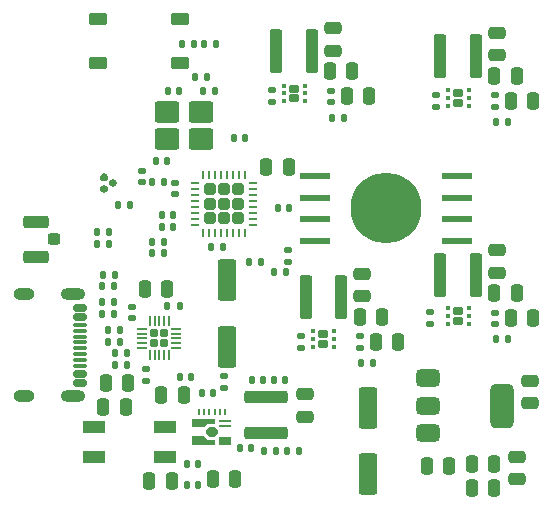
<source format=gbr>
G04 #@! TF.GenerationSoftware,KiCad,Pcbnew,9.0.6*
G04 #@! TF.CreationDate,2025-12-29T13:59:20+01:00*
G04 #@! TF.ProjectId,Lars-10W-RGBW-V1,4c617273-2d31-4305-972d-524742572d56,rev?*
G04 #@! TF.SameCoordinates,Original*
G04 #@! TF.FileFunction,Paste,Top*
G04 #@! TF.FilePolarity,Positive*
%FSLAX46Y46*%
G04 Gerber Fmt 4.6, Leading zero omitted, Abs format (unit mm)*
G04 Created by KiCad (PCBNEW 9.0.6) date 2025-12-29 13:59:20*
%MOMM*%
%LPD*%
G01*
G04 APERTURE LIST*
G04 Aperture macros list*
%AMRoundRect*
0 Rectangle with rounded corners*
0 $1 Rounding radius*
0 $2 $3 $4 $5 $6 $7 $8 $9 X,Y pos of 4 corners*
0 Add a 4 corners polygon primitive as box body*
4,1,4,$2,$3,$4,$5,$6,$7,$8,$9,$2,$3,0*
0 Add four circle primitives for the rounded corners*
1,1,$1+$1,$2,$3*
1,1,$1+$1,$4,$5*
1,1,$1+$1,$6,$7*
1,1,$1+$1,$8,$9*
0 Add four rect primitives between the rounded corners*
20,1,$1+$1,$2,$3,$4,$5,0*
20,1,$1+$1,$4,$5,$6,$7,0*
20,1,$1+$1,$6,$7,$8,$9,0*
20,1,$1+$1,$8,$9,$2,$3,0*%
%AMFreePoly0*
4,1,7,1.447800,-0.050800,0.812800,-0.050800,0.508000,-0.355600,-0.508000,-0.355600,-0.508000,0.355600,1.447800,0.355600,1.447800,-0.050800,1.447800,-0.050800,$1*%
%AMFreePoly1*
4,1,9,0.546100,0.114300,0.546100,-0.114300,0.241300,-0.419100,-0.241300,-0.419100,-0.546100,-0.114300,-0.546100,0.114300,-0.241300,0.419100,0.241300,0.419100,0.546100,0.114300,0.546100,0.114300,$1*%
%AMFreePoly2*
4,1,7,0.812800,0.076200,1.447800,0.076200,1.447800,-0.381000,-0.508000,-0.381000,-0.508000,0.381000,0.508000,0.381000,0.812800,0.076200,0.812800,0.076200,$1*%
G04 Aperture macros list end*
%ADD10RoundRect,0.250000X-0.300000X-1.600000X0.300000X-1.600000X0.300000X1.600000X-0.300000X1.600000X0*%
%ADD11RoundRect,0.140000X0.170000X-0.140000X0.170000X0.140000X-0.170000X0.140000X-0.170000X-0.140000X0*%
%ADD12RoundRect,0.135000X-0.135000X-0.185000X0.135000X-0.185000X0.135000X0.185000X-0.135000X0.185000X0*%
%ADD13RoundRect,0.140000X-0.140000X-0.170000X0.140000X-0.170000X0.140000X0.170000X-0.140000X0.170000X0*%
%ADD14RoundRect,0.250000X0.250000X0.475000X-0.250000X0.475000X-0.250000X-0.475000X0.250000X-0.475000X0*%
%ADD15RoundRect,0.140000X-0.170000X0.140000X-0.170000X-0.140000X0.170000X-0.140000X0.170000X0.140000X0*%
%ADD16RoundRect,0.250000X-0.475000X0.250000X-0.475000X-0.250000X0.475000X-0.250000X0.475000X0.250000X0*%
%ADD17R,2.500000X0.600000*%
%ADD18C,6.000000*%
%ADD19RoundRect,0.245000X-0.245000X-0.245000X0.245000X-0.245000X0.245000X0.245000X-0.245000X0.245000X0*%
%ADD20RoundRect,0.062500X-0.312500X-0.062500X0.312500X-0.062500X0.312500X0.062500X-0.312500X0.062500X0*%
%ADD21RoundRect,0.062500X-0.062500X-0.312500X0.062500X-0.312500X0.062500X0.312500X-0.062500X0.312500X0*%
%ADD22RoundRect,0.172500X0.262500X0.172500X-0.262500X0.172500X-0.262500X-0.172500X0.262500X-0.172500X0*%
%ADD23RoundRect,0.093750X0.093750X0.106250X-0.093750X0.106250X-0.093750X-0.106250X0.093750X-0.106250X0*%
%ADD24RoundRect,0.135000X0.135000X0.185000X-0.135000X0.185000X-0.135000X-0.185000X0.135000X-0.185000X0*%
%ADD25RoundRect,0.250000X-0.800000X-0.650000X0.800000X-0.650000X0.800000X0.650000X-0.800000X0.650000X0*%
%ADD26RoundRect,0.250000X-0.250000X-0.475000X0.250000X-0.475000X0.250000X0.475000X-0.250000X0.475000X0*%
%ADD27R,1.875000X1.050000*%
%ADD28RoundRect,0.250000X0.550000X-1.500000X0.550000X1.500000X-0.550000X1.500000X-0.550000X-1.500000X0*%
%ADD29RoundRect,0.135000X-0.185000X0.135000X-0.185000X-0.135000X0.185000X-0.135000X0.185000X0.135000X0*%
%ADD30RoundRect,0.250000X0.475000X-0.250000X0.475000X0.250000X-0.475000X0.250000X-0.475000X-0.250000X0*%
%ADD31RoundRect,0.135000X0.185000X-0.135000X0.185000X0.135000X-0.185000X0.135000X-0.185000X-0.135000X0*%
%ADD32RoundRect,0.140000X-0.206244X-0.077224X0.036244X-0.217224X0.206244X0.077224X-0.036244X0.217224X0*%
%ADD33RoundRect,0.250000X1.600000X-0.300000X1.600000X0.300000X-1.600000X0.300000X-1.600000X-0.300000X0*%
%ADD34RoundRect,0.140000X0.140000X0.170000X-0.140000X0.170000X-0.140000X-0.170000X0.140000X-0.170000X0*%
%ADD35RoundRect,0.375000X-0.625000X-0.375000X0.625000X-0.375000X0.625000X0.375000X-0.625000X0.375000X0*%
%ADD36RoundRect,0.500000X-0.500000X-1.400000X0.500000X-1.400000X0.500000X1.400000X-0.500000X1.400000X0*%
%ADD37RoundRect,0.250000X-0.550000X1.500000X-0.550000X-1.500000X0.550000X-1.500000X0.550000X1.500000X0*%
%ADD38RoundRect,0.250000X0.275000X0.250000X-0.275000X0.250000X-0.275000X-0.250000X0.275000X-0.250000X0*%
%ADD39RoundRect,0.250000X0.850000X0.275000X-0.850000X0.275000X-0.850000X-0.275000X0.850000X-0.275000X0*%
%ADD40RoundRect,0.165000X0.610000X0.385000X-0.610000X0.385000X-0.610000X-0.385000X0.610000X-0.385000X0*%
%ADD41RoundRect,0.172500X-0.172500X-0.172500X0.172500X-0.172500X0.172500X0.172500X-0.172500X0.172500X0*%
%ADD42RoundRect,0.050000X-0.375000X-0.050000X0.375000X-0.050000X0.375000X0.050000X-0.375000X0.050000X0*%
%ADD43RoundRect,0.050000X-0.050000X-0.375000X0.050000X-0.375000X0.050000X0.375000X-0.050000X0.375000X0*%
%ADD44RoundRect,0.140000X-0.036244X-0.217224X0.206244X-0.077224X0.036244X0.217224X-0.206244X0.077224X0*%
%ADD45FreePoly0,0.000000*%
%ADD46FreePoly1,0.000000*%
%ADD47FreePoly2,0.000000*%
%ADD48R,1.092200X0.762000*%
%ADD49R,1.092200X0.254000*%
%ADD50R,0.254000X0.609600*%
%ADD51RoundRect,0.147500X-0.147500X-0.172500X0.147500X-0.172500X0.147500X0.172500X-0.147500X0.172500X0*%
%ADD52RoundRect,0.150000X-0.425000X0.150000X-0.425000X-0.150000X0.425000X-0.150000X0.425000X0.150000X0*%
%ADD53RoundRect,0.075000X-0.500000X0.075000X-0.500000X-0.075000X0.500000X-0.075000X0.500000X0.075000X0*%
%ADD54O,2.100000X1.000000*%
%ADD55O,1.800000X1.000000*%
G04 APERTURE END LIST*
D10*
X143000000Y-62400000D03*
X146000000Y-62400000D03*
D11*
X124700000Y-71980000D03*
X124700000Y-71020000D03*
D12*
X119890000Y-65100000D03*
X120910000Y-65100000D03*
D13*
X128920000Y-71300000D03*
X129880000Y-71300000D03*
D14*
X139450000Y-68100000D03*
X137550000Y-68100000D03*
D15*
X118100000Y-70420000D03*
X118100000Y-71380000D03*
D16*
X131500000Y-72550000D03*
X131500000Y-74450000D03*
D12*
X114890000Y-68100000D03*
X115910000Y-68100000D03*
D17*
X144400000Y-59545000D03*
X144400000Y-57715000D03*
X144400000Y-55885000D03*
X144400000Y-54055000D03*
X132400000Y-59545000D03*
X132400000Y-57715000D03*
X132400000Y-55885000D03*
X132400000Y-54055000D03*
D18*
X138400000Y-56800000D03*
D11*
X147600000Y-48180000D03*
X147600000Y-47220000D03*
D19*
X123460000Y-55200000D03*
X123460000Y-56420000D03*
X123460000Y-57640000D03*
X124680000Y-55200000D03*
X124680000Y-56420000D03*
X124680000Y-57640000D03*
X125900000Y-55200000D03*
X125900000Y-56420000D03*
X125900000Y-57640000D03*
D20*
X122205000Y-54670000D03*
X122205000Y-55170000D03*
X122205000Y-55670000D03*
X122205000Y-56170000D03*
X122205000Y-56670000D03*
X122205000Y-57170000D03*
X122205000Y-57670000D03*
X122205000Y-58170000D03*
D21*
X122930000Y-58895000D03*
X123430000Y-58895000D03*
X123930000Y-58895000D03*
X124430000Y-58895000D03*
X124930000Y-58895000D03*
X125430000Y-58895000D03*
X125930000Y-58895000D03*
X126430000Y-58895000D03*
D20*
X127155000Y-58170000D03*
X127155000Y-57670000D03*
X127155000Y-57170000D03*
X127155000Y-56670000D03*
X127155000Y-56170000D03*
X127155000Y-55670000D03*
X127155000Y-55170000D03*
X127155000Y-54670000D03*
D21*
X126430000Y-53945000D03*
X125930000Y-53945000D03*
X125430000Y-53945000D03*
X124930000Y-53945000D03*
X124430000Y-53945000D03*
X123930000Y-53945000D03*
X123430000Y-53945000D03*
X122930000Y-53945000D03*
D15*
X120500000Y-54620000D03*
X120500000Y-55580000D03*
D13*
X126020000Y-77100000D03*
X126980000Y-77100000D03*
D22*
X133100000Y-68250000D03*
X133100000Y-67450000D03*
D23*
X133987500Y-68500000D03*
X133987500Y-67850000D03*
X133987500Y-67200000D03*
X132212500Y-67200000D03*
X132212500Y-67850000D03*
X132212500Y-68500000D03*
D24*
X114920000Y-58800000D03*
X113900000Y-58800000D03*
X116433995Y-70076394D03*
X115413995Y-70076394D03*
D25*
X119850000Y-50950000D03*
X122750000Y-50950000D03*
X122750000Y-48650000D03*
X119850000Y-48650000D03*
D26*
X117983005Y-63639666D03*
X119883005Y-63639666D03*
D27*
X119700000Y-77850000D03*
X119700000Y-75350000D03*
X113700000Y-75350000D03*
X113700000Y-77850000D03*
D22*
X144500000Y-66300000D03*
X144500000Y-65500000D03*
D23*
X145387500Y-66550000D03*
X145387500Y-65900000D03*
X145387500Y-65250000D03*
X143612500Y-65250000D03*
X143612500Y-65900000D03*
X143612500Y-66550000D03*
D24*
X115410000Y-62400000D03*
X114390000Y-62400000D03*
D10*
X143000000Y-43900000D03*
X146000000Y-43900000D03*
X131600000Y-64300000D03*
X134600000Y-64300000D03*
D11*
X133705000Y-47785000D03*
X133705000Y-46825000D03*
D26*
X133655000Y-45205000D03*
X135555000Y-45205000D03*
D28*
X124900000Y-68500000D03*
X124900000Y-62900000D03*
D24*
X119610000Y-60600000D03*
X118590000Y-60600000D03*
D12*
X122990000Y-42900000D03*
X124010000Y-42900000D03*
D26*
X123750000Y-79700000D03*
X125650000Y-79700000D03*
D29*
X130100000Y-60290000D03*
X130100000Y-61310000D03*
D11*
X117700000Y-54580000D03*
X117700000Y-53620000D03*
D30*
X147800000Y-62250000D03*
X147800000Y-60350000D03*
X150600000Y-73300000D03*
X150600000Y-71400000D03*
D10*
X129100000Y-43500000D03*
X132100000Y-43500000D03*
D31*
X128705000Y-47815000D03*
X128705000Y-46795000D03*
D12*
X147690000Y-67900000D03*
X148710000Y-67900000D03*
D11*
X147600000Y-66580000D03*
X147600000Y-65620000D03*
D22*
X130605000Y-47455000D03*
X130605000Y-46655000D03*
D23*
X131492500Y-47705000D03*
X131492500Y-47055000D03*
X131492500Y-46405000D03*
X129717500Y-46405000D03*
X129717500Y-47055000D03*
X129717500Y-47705000D03*
D32*
X114484308Y-54160000D03*
X115315692Y-54640000D03*
D12*
X133795000Y-49105000D03*
X134815000Y-49105000D03*
D33*
X128200000Y-75800000D03*
X128200000Y-72800000D03*
D14*
X121250000Y-72600000D03*
X119350000Y-72600000D03*
D34*
X120380000Y-58400000D03*
X119420000Y-58400000D03*
D14*
X136955000Y-47305000D03*
X135055000Y-47305000D03*
D35*
X141950000Y-71200000D03*
X141950000Y-73500000D03*
X141950000Y-75800000D03*
D36*
X148250000Y-73500000D03*
D34*
X127980000Y-71300000D03*
X127020000Y-71300000D03*
D12*
X118590000Y-59610000D03*
X119610000Y-59610000D03*
D26*
X141850000Y-78600000D03*
X143750000Y-78600000D03*
D24*
X129910000Y-62200000D03*
X128890000Y-62200000D03*
D34*
X121880000Y-71100000D03*
X120920000Y-71100000D03*
D24*
X131010000Y-77300000D03*
X129990000Y-77300000D03*
D37*
X136900000Y-73700000D03*
X136900000Y-79300000D03*
D31*
X142100000Y-66610000D03*
X142100000Y-65590000D03*
D13*
X118920000Y-52800000D03*
X119880000Y-52800000D03*
D12*
X113890000Y-59800000D03*
X114910000Y-59800000D03*
X126790000Y-61300000D03*
X127810000Y-61300000D03*
D11*
X136200000Y-68580000D03*
X136200000Y-67620000D03*
D38*
X110300000Y-59400000D03*
D39*
X108775000Y-60875000D03*
X108775000Y-57925000D03*
D11*
X116900000Y-66080000D03*
X116900000Y-65120000D03*
D13*
X129240000Y-56800000D03*
X130200000Y-56800000D03*
D12*
X147690000Y-49500000D03*
X148710000Y-49500000D03*
D26*
X128250000Y-53300000D03*
X130150000Y-53300000D03*
D12*
X114380000Y-63400000D03*
X115400000Y-63400000D03*
D14*
X120250000Y-79900000D03*
X118350000Y-79900000D03*
D40*
X120970000Y-40730000D03*
X114020000Y-40730000D03*
D31*
X131200000Y-68610000D03*
X131200000Y-67590000D03*
D13*
X125520000Y-50800000D03*
X126480000Y-50800000D03*
D12*
X128090000Y-77300000D03*
X129110000Y-77300000D03*
D30*
X133905000Y-43455000D03*
X133905000Y-41555000D03*
D13*
X121520000Y-78400000D03*
X122480000Y-78400000D03*
X115720000Y-56500000D03*
X116680000Y-56500000D03*
D40*
X120970000Y-44530000D03*
X114020000Y-44530000D03*
D26*
X147550000Y-64000000D03*
X149450000Y-64000000D03*
D34*
X123780000Y-72400000D03*
X122820000Y-72400000D03*
D14*
X150850000Y-66100000D03*
X148950000Y-66100000D03*
D12*
X136290000Y-69900000D03*
X137310000Y-69900000D03*
D30*
X136400000Y-64250000D03*
X136400000Y-62350000D03*
D12*
X114890000Y-67100000D03*
X115910000Y-67100000D03*
D41*
X118790000Y-67390000D03*
X118790000Y-68210000D03*
X119610000Y-67390000D03*
X119610000Y-68210000D03*
D42*
X117750000Y-67000000D03*
X117750000Y-67400000D03*
X117750000Y-67800000D03*
X117750000Y-68200000D03*
X117750000Y-68600000D03*
D43*
X118400000Y-69250000D03*
X118800000Y-69250000D03*
X119200000Y-69250000D03*
X119600000Y-69250000D03*
X120000000Y-69250000D03*
D42*
X120650000Y-68600000D03*
X120650000Y-68200000D03*
X120650000Y-67800000D03*
X120650000Y-67400000D03*
X120650000Y-67000000D03*
D43*
X120000000Y-66350000D03*
X119600000Y-66350000D03*
X119200000Y-66350000D03*
X118800000Y-66350000D03*
X118400000Y-66350000D03*
D14*
X150850000Y-47700000D03*
X148950000Y-47700000D03*
D15*
X114500000Y-54220000D03*
X114500000Y-55180000D03*
D24*
X122110000Y-42900000D03*
X121090000Y-42900000D03*
D44*
X114484308Y-55140000D03*
X115315692Y-54660000D03*
D26*
X147550000Y-45600000D03*
X149450000Y-45600000D03*
D13*
X121520000Y-80200000D03*
X122480000Y-80200000D03*
D14*
X116350000Y-73600000D03*
X114450000Y-73600000D03*
D34*
X123880000Y-46900000D03*
X122920000Y-46900000D03*
D24*
X116433995Y-69076394D03*
X115413995Y-69076394D03*
D30*
X147800000Y-43850000D03*
X147800000Y-41950000D03*
D14*
X147550000Y-80500000D03*
X145650000Y-80500000D03*
D24*
X115400000Y-64700000D03*
X114380000Y-64700000D03*
D34*
X120380000Y-57400000D03*
X119420000Y-57400000D03*
D31*
X142600000Y-48210000D03*
X142600000Y-47190000D03*
D22*
X144500000Y-47850000D03*
X144500000Y-47050000D03*
D23*
X145387500Y-48100000D03*
X145387500Y-47450000D03*
X145387500Y-46800000D03*
X143612500Y-46800000D03*
X143612500Y-47450000D03*
X143612500Y-48100000D03*
D16*
X149500000Y-77850000D03*
X149500000Y-79750000D03*
D14*
X147550000Y-78400000D03*
X145650000Y-78400000D03*
D26*
X136150000Y-66000000D03*
X138050000Y-66000000D03*
D45*
X122460660Y-74972825D03*
D46*
X123650650Y-75722125D03*
D47*
X122460660Y-76496825D03*
D48*
X124800000Y-76500000D03*
D49*
X124800000Y-75223650D03*
X124800000Y-74772800D03*
D50*
X124777775Y-74048900D03*
X124326925Y-74048900D03*
X123876075Y-74048900D03*
X123425225Y-74048900D03*
X122974375Y-74048900D03*
X122523525Y-74048900D03*
D13*
X123600000Y-60100000D03*
X124560000Y-60100000D03*
D24*
X123210000Y-45700000D03*
X122190000Y-45700000D03*
D51*
X118615000Y-54600000D03*
X119585000Y-54600000D03*
D52*
X112480000Y-65200000D03*
X112480000Y-66000000D03*
D53*
X112480000Y-67150000D03*
X112480000Y-68150000D03*
X112480000Y-68650000D03*
X112480000Y-69650000D03*
D52*
X112480000Y-70800000D03*
X112480000Y-71600000D03*
X112480000Y-71600000D03*
X112480000Y-70800000D03*
D53*
X112480000Y-70150000D03*
X112480000Y-69150000D03*
X112480000Y-67650000D03*
X112480000Y-66650000D03*
D52*
X112480000Y-66000000D03*
X112480000Y-65200000D03*
D54*
X111905000Y-64080000D03*
D55*
X107725000Y-64080000D03*
D54*
X111905000Y-72720000D03*
D55*
X107725000Y-72720000D03*
D24*
X115400000Y-65700000D03*
X114380000Y-65700000D03*
D14*
X116550000Y-71600000D03*
X114650000Y-71600000D03*
D13*
X119920000Y-46900000D03*
X120880000Y-46900000D03*
M02*

</source>
